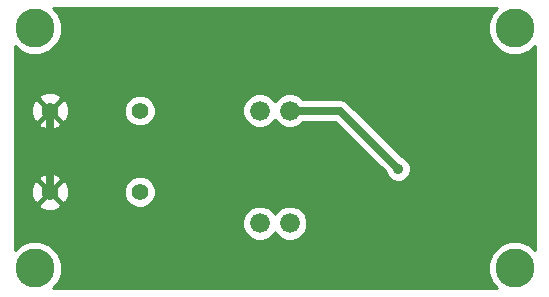
<source format=gbl>
G04 (created by PCBNEW (2013-feb-26)-testing) date Sun 10 Mar 2013 06:05:37 PM PDT*
%MOIN*%
G04 Gerber Fmt 3.4, Leading zero omitted, Abs format*
%FSLAX34Y34*%
G01*
G70*
G90*
G04 APERTURE LIST*
%ADD10C,2.3622e-06*%
%ADD11C,0.13*%
%ADD12C,0.066*%
%ADD13C,0.055*%
%ADD14C,0.035*%
%ADD15C,0.025*%
%ADD16C,0.01*%
G04 APERTURE END LIST*
G54D10*
G54D11*
X31000Y-21000D03*
X31000Y-29000D03*
X47000Y-29000D03*
X47000Y-21000D03*
G54D12*
X39500Y-23750D03*
X38500Y-23750D03*
G54D13*
X31500Y-23750D03*
X34500Y-23750D03*
X34500Y-26456D03*
X31500Y-26456D03*
G54D12*
X39500Y-27500D03*
X38500Y-27500D03*
G54D14*
X43112Y-25687D03*
G54D15*
X41175Y-23750D02*
X43112Y-25687D01*
X39500Y-23750D02*
X41175Y-23750D01*
X31500Y-26456D02*
X31500Y-23750D01*
G54D10*
G36*
X47675Y-28402D02*
X47510Y-28237D01*
X47179Y-28100D01*
X46821Y-28099D01*
X46490Y-28236D01*
X46237Y-28489D01*
X46100Y-28820D01*
X46099Y-29178D01*
X46236Y-29509D01*
X46402Y-29675D01*
X43537Y-29675D01*
X43537Y-25603D01*
X43473Y-25447D01*
X43353Y-25327D01*
X43232Y-25277D01*
X41440Y-23484D01*
X41318Y-23403D01*
X41175Y-23375D01*
X39945Y-23375D01*
X39828Y-23258D01*
X39615Y-23170D01*
X39385Y-23169D01*
X39171Y-23258D01*
X39008Y-23421D01*
X39000Y-23441D01*
X38991Y-23421D01*
X38828Y-23258D01*
X38615Y-23170D01*
X38385Y-23169D01*
X38171Y-23258D01*
X38008Y-23421D01*
X37920Y-23634D01*
X37919Y-23864D01*
X38008Y-24078D01*
X38171Y-24241D01*
X38384Y-24329D01*
X38614Y-24330D01*
X38828Y-24241D01*
X38991Y-24078D01*
X38999Y-24058D01*
X39008Y-24078D01*
X39171Y-24241D01*
X39384Y-24329D01*
X39614Y-24330D01*
X39828Y-24241D01*
X39945Y-24125D01*
X41020Y-24125D01*
X42702Y-25807D01*
X42752Y-25927D01*
X42871Y-26047D01*
X43028Y-26112D01*
X43197Y-26112D01*
X43353Y-26047D01*
X43473Y-25928D01*
X43537Y-25772D01*
X43537Y-25603D01*
X43537Y-29675D01*
X40080Y-29675D01*
X40080Y-27385D01*
X39991Y-27171D01*
X39828Y-27008D01*
X39615Y-26920D01*
X39385Y-26919D01*
X39171Y-27008D01*
X39008Y-27171D01*
X39000Y-27191D01*
X38991Y-27171D01*
X38828Y-27008D01*
X38615Y-26920D01*
X38385Y-26919D01*
X38171Y-27008D01*
X38008Y-27171D01*
X37920Y-27384D01*
X37919Y-27614D01*
X38008Y-27828D01*
X38171Y-27991D01*
X38384Y-28079D01*
X38614Y-28080D01*
X38828Y-27991D01*
X38991Y-27828D01*
X38999Y-27808D01*
X39008Y-27828D01*
X39171Y-27991D01*
X39384Y-28079D01*
X39614Y-28080D01*
X39828Y-27991D01*
X39991Y-27828D01*
X40079Y-27615D01*
X40080Y-27385D01*
X40080Y-29675D01*
X35025Y-29675D01*
X35025Y-26352D01*
X35025Y-23646D01*
X34945Y-23453D01*
X34797Y-23305D01*
X34604Y-23225D01*
X34396Y-23224D01*
X34203Y-23304D01*
X34055Y-23452D01*
X33975Y-23645D01*
X33974Y-23853D01*
X34054Y-24047D01*
X34202Y-24194D01*
X34395Y-24274D01*
X34603Y-24275D01*
X34797Y-24195D01*
X34944Y-24047D01*
X35024Y-23854D01*
X35025Y-23646D01*
X35025Y-26352D01*
X34945Y-26159D01*
X34797Y-26011D01*
X34604Y-25931D01*
X34396Y-25931D01*
X34203Y-26011D01*
X34055Y-26158D01*
X33975Y-26351D01*
X33974Y-26560D01*
X34054Y-26753D01*
X34202Y-26901D01*
X34395Y-26981D01*
X34603Y-26981D01*
X34797Y-26902D01*
X34944Y-26754D01*
X35024Y-26561D01*
X35025Y-26352D01*
X35025Y-29675D01*
X32125Y-29675D01*
X32125Y-26332D01*
X32125Y-23625D01*
X32029Y-23395D01*
X32029Y-23395D01*
X31906Y-23379D01*
X31870Y-23414D01*
X31870Y-23343D01*
X31854Y-23220D01*
X31624Y-23125D01*
X31375Y-23124D01*
X31145Y-23220D01*
X31145Y-23220D01*
X31129Y-23343D01*
X31500Y-23714D01*
X31870Y-23343D01*
X31870Y-23414D01*
X31535Y-23750D01*
X31906Y-24120D01*
X32029Y-24104D01*
X32124Y-23874D01*
X32125Y-23625D01*
X32125Y-26332D01*
X32029Y-26102D01*
X32029Y-26102D01*
X31906Y-26086D01*
X31870Y-26121D01*
X31870Y-26050D01*
X31870Y-24156D01*
X31500Y-23785D01*
X31464Y-23820D01*
X31464Y-23750D01*
X31093Y-23379D01*
X30970Y-23395D01*
X30875Y-23625D01*
X30874Y-23874D01*
X30970Y-24104D01*
X30970Y-24104D01*
X31093Y-24120D01*
X31464Y-23750D01*
X31464Y-23820D01*
X31129Y-24156D01*
X31145Y-24279D01*
X31375Y-24374D01*
X31624Y-24375D01*
X31854Y-24279D01*
X31854Y-24279D01*
X31870Y-24156D01*
X31870Y-26050D01*
X31854Y-25926D01*
X31624Y-25831D01*
X31375Y-25831D01*
X31145Y-25926D01*
X31145Y-25926D01*
X31129Y-26050D01*
X31500Y-26421D01*
X31870Y-26050D01*
X31870Y-26121D01*
X31535Y-26456D01*
X31906Y-26827D01*
X32029Y-26810D01*
X32124Y-26581D01*
X32125Y-26332D01*
X32125Y-29675D01*
X31597Y-29675D01*
X31762Y-29510D01*
X31899Y-29179D01*
X31900Y-28821D01*
X31870Y-28750D01*
X31870Y-26862D01*
X31500Y-26492D01*
X31464Y-26527D01*
X31464Y-26456D01*
X31093Y-26086D01*
X30970Y-26102D01*
X30875Y-26332D01*
X30874Y-26580D01*
X30970Y-26810D01*
X30970Y-26810D01*
X31093Y-26827D01*
X31464Y-26456D01*
X31464Y-26527D01*
X31129Y-26862D01*
X31145Y-26986D01*
X31375Y-27081D01*
X31624Y-27081D01*
X31854Y-26986D01*
X31854Y-26986D01*
X31870Y-26862D01*
X31870Y-28750D01*
X31763Y-28490D01*
X31510Y-28237D01*
X31179Y-28100D01*
X30821Y-28099D01*
X30490Y-28236D01*
X30325Y-28402D01*
X30325Y-21597D01*
X30489Y-21762D01*
X30820Y-21899D01*
X31178Y-21900D01*
X31509Y-21763D01*
X31762Y-21510D01*
X31899Y-21179D01*
X31900Y-20821D01*
X31763Y-20490D01*
X31597Y-20325D01*
X46402Y-20325D01*
X46237Y-20489D01*
X46100Y-20820D01*
X46099Y-21178D01*
X46236Y-21509D01*
X46489Y-21762D01*
X46820Y-21899D01*
X47178Y-21900D01*
X47509Y-21763D01*
X47675Y-21597D01*
X47675Y-28402D01*
X47675Y-28402D01*
G37*
G54D16*
X47675Y-28402D02*
X47510Y-28237D01*
X47179Y-28100D01*
X46821Y-28099D01*
X46490Y-28236D01*
X46237Y-28489D01*
X46100Y-28820D01*
X46099Y-29178D01*
X46236Y-29509D01*
X46402Y-29675D01*
X43537Y-29675D01*
X43537Y-25603D01*
X43473Y-25447D01*
X43353Y-25327D01*
X43232Y-25277D01*
X41440Y-23484D01*
X41318Y-23403D01*
X41175Y-23375D01*
X39945Y-23375D01*
X39828Y-23258D01*
X39615Y-23170D01*
X39385Y-23169D01*
X39171Y-23258D01*
X39008Y-23421D01*
X39000Y-23441D01*
X38991Y-23421D01*
X38828Y-23258D01*
X38615Y-23170D01*
X38385Y-23169D01*
X38171Y-23258D01*
X38008Y-23421D01*
X37920Y-23634D01*
X37919Y-23864D01*
X38008Y-24078D01*
X38171Y-24241D01*
X38384Y-24329D01*
X38614Y-24330D01*
X38828Y-24241D01*
X38991Y-24078D01*
X38999Y-24058D01*
X39008Y-24078D01*
X39171Y-24241D01*
X39384Y-24329D01*
X39614Y-24330D01*
X39828Y-24241D01*
X39945Y-24125D01*
X41020Y-24125D01*
X42702Y-25807D01*
X42752Y-25927D01*
X42871Y-26047D01*
X43028Y-26112D01*
X43197Y-26112D01*
X43353Y-26047D01*
X43473Y-25928D01*
X43537Y-25772D01*
X43537Y-25603D01*
X43537Y-29675D01*
X40080Y-29675D01*
X40080Y-27385D01*
X39991Y-27171D01*
X39828Y-27008D01*
X39615Y-26920D01*
X39385Y-26919D01*
X39171Y-27008D01*
X39008Y-27171D01*
X39000Y-27191D01*
X38991Y-27171D01*
X38828Y-27008D01*
X38615Y-26920D01*
X38385Y-26919D01*
X38171Y-27008D01*
X38008Y-27171D01*
X37920Y-27384D01*
X37919Y-27614D01*
X38008Y-27828D01*
X38171Y-27991D01*
X38384Y-28079D01*
X38614Y-28080D01*
X38828Y-27991D01*
X38991Y-27828D01*
X38999Y-27808D01*
X39008Y-27828D01*
X39171Y-27991D01*
X39384Y-28079D01*
X39614Y-28080D01*
X39828Y-27991D01*
X39991Y-27828D01*
X40079Y-27615D01*
X40080Y-27385D01*
X40080Y-29675D01*
X35025Y-29675D01*
X35025Y-26352D01*
X35025Y-23646D01*
X34945Y-23453D01*
X34797Y-23305D01*
X34604Y-23225D01*
X34396Y-23224D01*
X34203Y-23304D01*
X34055Y-23452D01*
X33975Y-23645D01*
X33974Y-23853D01*
X34054Y-24047D01*
X34202Y-24194D01*
X34395Y-24274D01*
X34603Y-24275D01*
X34797Y-24195D01*
X34944Y-24047D01*
X35024Y-23854D01*
X35025Y-23646D01*
X35025Y-26352D01*
X34945Y-26159D01*
X34797Y-26011D01*
X34604Y-25931D01*
X34396Y-25931D01*
X34203Y-26011D01*
X34055Y-26158D01*
X33975Y-26351D01*
X33974Y-26560D01*
X34054Y-26753D01*
X34202Y-26901D01*
X34395Y-26981D01*
X34603Y-26981D01*
X34797Y-26902D01*
X34944Y-26754D01*
X35024Y-26561D01*
X35025Y-26352D01*
X35025Y-29675D01*
X32125Y-29675D01*
X32125Y-26332D01*
X32125Y-23625D01*
X32029Y-23395D01*
X32029Y-23395D01*
X31906Y-23379D01*
X31870Y-23414D01*
X31870Y-23343D01*
X31854Y-23220D01*
X31624Y-23125D01*
X31375Y-23124D01*
X31145Y-23220D01*
X31145Y-23220D01*
X31129Y-23343D01*
X31500Y-23714D01*
X31870Y-23343D01*
X31870Y-23414D01*
X31535Y-23750D01*
X31906Y-24120D01*
X32029Y-24104D01*
X32124Y-23874D01*
X32125Y-23625D01*
X32125Y-26332D01*
X32029Y-26102D01*
X32029Y-26102D01*
X31906Y-26086D01*
X31870Y-26121D01*
X31870Y-26050D01*
X31870Y-24156D01*
X31500Y-23785D01*
X31464Y-23820D01*
X31464Y-23750D01*
X31093Y-23379D01*
X30970Y-23395D01*
X30875Y-23625D01*
X30874Y-23874D01*
X30970Y-24104D01*
X30970Y-24104D01*
X31093Y-24120D01*
X31464Y-23750D01*
X31464Y-23820D01*
X31129Y-24156D01*
X31145Y-24279D01*
X31375Y-24374D01*
X31624Y-24375D01*
X31854Y-24279D01*
X31854Y-24279D01*
X31870Y-24156D01*
X31870Y-26050D01*
X31854Y-25926D01*
X31624Y-25831D01*
X31375Y-25831D01*
X31145Y-25926D01*
X31145Y-25926D01*
X31129Y-26050D01*
X31500Y-26421D01*
X31870Y-26050D01*
X31870Y-26121D01*
X31535Y-26456D01*
X31906Y-26827D01*
X32029Y-26810D01*
X32124Y-26581D01*
X32125Y-26332D01*
X32125Y-29675D01*
X31597Y-29675D01*
X31762Y-29510D01*
X31899Y-29179D01*
X31900Y-28821D01*
X31870Y-28750D01*
X31870Y-26862D01*
X31500Y-26492D01*
X31464Y-26527D01*
X31464Y-26456D01*
X31093Y-26086D01*
X30970Y-26102D01*
X30875Y-26332D01*
X30874Y-26580D01*
X30970Y-26810D01*
X30970Y-26810D01*
X31093Y-26827D01*
X31464Y-26456D01*
X31464Y-26527D01*
X31129Y-26862D01*
X31145Y-26986D01*
X31375Y-27081D01*
X31624Y-27081D01*
X31854Y-26986D01*
X31854Y-26986D01*
X31870Y-26862D01*
X31870Y-28750D01*
X31763Y-28490D01*
X31510Y-28237D01*
X31179Y-28100D01*
X30821Y-28099D01*
X30490Y-28236D01*
X30325Y-28402D01*
X30325Y-21597D01*
X30489Y-21762D01*
X30820Y-21899D01*
X31178Y-21900D01*
X31509Y-21763D01*
X31762Y-21510D01*
X31899Y-21179D01*
X31900Y-20821D01*
X31763Y-20490D01*
X31597Y-20325D01*
X46402Y-20325D01*
X46237Y-20489D01*
X46100Y-20820D01*
X46099Y-21178D01*
X46236Y-21509D01*
X46489Y-21762D01*
X46820Y-21899D01*
X47178Y-21900D01*
X47509Y-21763D01*
X47675Y-21597D01*
X47675Y-28402D01*
M02*

</source>
